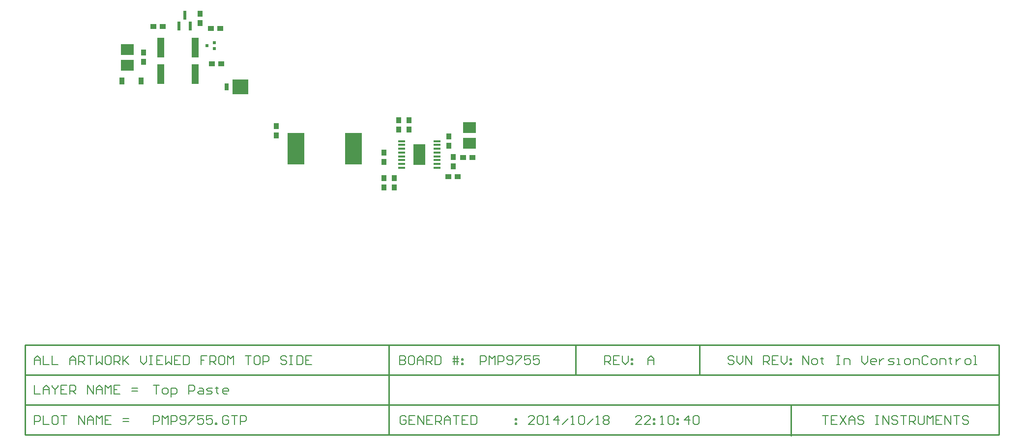
<source format=gtp>
%FSAX25Y25*%
%MOIN*%
G70*
G01*
G75*
G04 Layer_Color=9021481*
%ADD10C,0.03000*%
%ADD11C,0.01500*%
%ADD12C,0.01400*%
%ADD13R,0.02362X0.01969*%
%ADD14R,0.03740X0.03937*%
%ADD15R,0.08858X0.07677*%
%ADD16R,0.11417X0.21260*%
%ADD17R,0.03602X0.04803*%
%ADD18R,0.03937X0.03740*%
%ADD19R,0.10512X0.10000*%
%ADD20R,0.03000X0.05000*%
%ADD21R,0.08000X0.14000*%
%ADD22R,0.05000X0.01500*%
%ADD23R,0.05118X0.13386*%
%ADD24R,0.02362X0.05906*%
%ADD25C,0.01000*%
%ADD26C,0.02000*%
%ADD27C,0.10000*%
%ADD28C,0.00800*%
%ADD29R,0.07000X0.06500*%
%ADD30R,0.08500X0.03500*%
%ADD31R,0.15500X0.02676*%
%ADD32R,0.07500X0.03500*%
%ADD33R,0.14500X0.18000*%
%ADD34R,0.11500X0.04500*%
%ADD35R,0.02500X0.06500*%
%ADD36R,0.08500X0.12500*%
%ADD37R,0.10000X0.12000*%
%ADD38R,0.10000X0.10000*%
%ADD39R,0.05498X0.06227*%
%ADD40R,0.14500X0.07000*%
%ADD41R,0.16000X0.12000*%
%ADD42R,0.08000X0.07000*%
%ADD43R,0.11000X0.02500*%
%ADD44R,0.11012X0.05619*%
%ADD45R,0.09000X0.09000*%
%ADD46R,0.23000X0.16000*%
%ADD47R,0.20000X0.15000*%
%ADD48R,0.14720X0.04998*%
%ADD49R,0.04720X0.04845*%
%ADD50R,0.22000X0.06000*%
%ADD51R,0.12000X0.05000*%
%ADD52R,0.09000X0.06000*%
%ADD53R,0.05000X0.04000*%
%ADD54R,0.04000X0.05000*%
%ADD55R,0.08000X0.06000*%
%ADD56R,0.05000X0.05850*%
%ADD57R,0.06000X0.06000*%
%ADD58R,0.11500X0.05000*%
%ADD59R,0.06000X0.04998*%
%ADD60R,0.04998X0.05000*%
%ADD61R,1.25500X0.05000*%
%ADD62R,0.57000X0.12000*%
%ADD63R,0.24500X0.17500*%
%ADD64R,0.21227X0.14000*%
%ADD65R,1.34000X0.16000*%
%ADD66R,0.24500X0.04000*%
%ADD67R,0.18000X0.04500*%
%ADD68R,0.72000X0.39000*%
%ADD69R,0.06500X0.08500*%
%ADD70R,0.11024X0.11024*%
%ADD71C,0.11024*%
%ADD72R,0.06496X0.06496*%
%ADD73C,0.06496*%
%ADD74C,0.06299*%
%ADD75R,0.06299X0.06299*%
%ADD76C,0.06693*%
%ADD77R,0.06496X0.06496*%
%ADD78C,0.04000*%
%ADD79C,0.03200*%
%ADD80C,0.05000*%
%ADD81R,0.07000X0.08000*%
%ADD82R,0.10404X0.02104*%
%ADD83C,0.00787*%
%ADD84C,0.00984*%
%ADD85C,0.00700*%
%ADD86C,0.00600*%
%ADD87R,0.02000X0.09200*%
G54D13*
X0163141Y0304400D02*
D03*
X0168259Y0306368D02*
D03*
Y0302432D02*
D03*
G54D14*
X0120200Y0293250D02*
D03*
Y0299550D02*
D03*
X0283200Y0225250D02*
D03*
Y0231550D02*
D03*
X0158700Y0319750D02*
D03*
Y0326050D02*
D03*
X0210200Y0243250D02*
D03*
Y0249550D02*
D03*
X0300200Y0253550D02*
D03*
Y0247250D02*
D03*
X0293200Y0253550D02*
D03*
Y0247250D02*
D03*
X0290200Y0208101D02*
D03*
Y0214400D02*
D03*
X0283200Y0208101D02*
D03*
Y0214400D02*
D03*
X0327200Y0236250D02*
D03*
Y0242550D02*
D03*
X0330200Y0222250D02*
D03*
Y0228550D02*
D03*
G54D15*
X0109200Y0301813D02*
D03*
Y0290987D02*
D03*
X0341200Y0248813D02*
D03*
Y0237987D02*
D03*
G54D16*
X0223712Y0234400D02*
D03*
X0262688D02*
D03*
G54D17*
X0105753Y0280400D02*
D03*
X0118647D02*
D03*
G54D18*
X0127050Y0317400D02*
D03*
X0133350D02*
D03*
X0166050Y0315900D02*
D03*
X0172350D02*
D03*
X0172850Y0291900D02*
D03*
X0166550D02*
D03*
X0333350Y0215400D02*
D03*
X0327050D02*
D03*
X0337050Y0228400D02*
D03*
X0343350D02*
D03*
G54D19*
X0185828Y0276400D02*
D03*
G54D20*
X0176572D02*
D03*
G54D21*
X0307200Y0230400D02*
D03*
G54D22*
X0319220Y0239400D02*
D03*
Y0236840D02*
D03*
Y0234280D02*
D03*
Y0231720D02*
D03*
Y0229160D02*
D03*
Y0226600D02*
D03*
Y0224040D02*
D03*
Y0221480D02*
D03*
X0295220D02*
D03*
Y0224040D02*
D03*
Y0226600D02*
D03*
Y0229160D02*
D03*
Y0231720D02*
D03*
Y0234280D02*
D03*
Y0236840D02*
D03*
Y0239400D02*
D03*
G54D23*
X0155314Y0284900D02*
D03*
X0132086D02*
D03*
X0155314Y0302900D02*
D03*
X0132086D02*
D03*
G54D24*
X0148200Y0325140D02*
D03*
X0151940Y0317660D02*
D03*
X0144460D02*
D03*
G54D25*
X0559400Y0039400D02*
Y0059683D01*
X0440500Y0040050D02*
X0700200D01*
Y0101050D01*
X0286500Y0040050D02*
Y0101050D01*
X0040000Y0040050D02*
Y0101050D01*
X0040050Y0040050D02*
X0197600D01*
X0040050D02*
Y0101050D01*
Y0101050D02*
X0700200D01*
X0040000Y0040050D02*
X0440500D01*
X0040000Y0060383D02*
X0700000D01*
X0040000Y0080717D02*
X0700200D01*
X0413200D02*
Y0101050D01*
X0497200Y0080717D02*
Y0101050D01*
G54D28*
X0126900Y0073549D02*
X0130899D01*
X0128899D01*
Y0067551D01*
X0133898D02*
X0135897D01*
X0136897Y0068550D01*
Y0070550D01*
X0135897Y0071549D01*
X0133898D01*
X0132898Y0070550D01*
Y0068550D01*
X0133898Y0067551D01*
X0138896Y0065551D02*
Y0071549D01*
X0141895D01*
X0142895Y0070550D01*
Y0068550D01*
X0141895Y0067551D01*
X0138896D01*
X0150892D02*
Y0073549D01*
X0153891D01*
X0154891Y0072549D01*
Y0070550D01*
X0153891Y0069550D01*
X0150892D01*
X0157890Y0071549D02*
X0159889D01*
X0160889Y0070550D01*
Y0067551D01*
X0157890D01*
X0156890Y0068550D01*
X0157890Y0069550D01*
X0160889D01*
X0162888Y0067551D02*
X0165887D01*
X0166887Y0068550D01*
X0165887Y0069550D01*
X0163888D01*
X0162888Y0070550D01*
X0163888Y0071549D01*
X0166887D01*
X0169886Y0072549D02*
Y0071549D01*
X0168886D01*
X0170886D01*
X0169886D01*
Y0068550D01*
X0170886Y0067551D01*
X0176884D02*
X0174884D01*
X0173885Y0068550D01*
Y0070550D01*
X0174884Y0071549D01*
X0176884D01*
X0177884Y0070550D01*
Y0069550D01*
X0173885D01*
X0580500Y0052965D02*
X0584499D01*
X0582499D01*
Y0046966D01*
X0590497Y0052965D02*
X0586498D01*
Y0046966D01*
X0590497D01*
X0586498Y0049966D02*
X0588497D01*
X0592496Y0052965D02*
X0596495Y0046966D01*
Y0052965D02*
X0592496Y0046966D01*
X0598494D02*
Y0050965D01*
X0600493Y0052965D01*
X0602493Y0050965D01*
Y0046966D01*
Y0049966D01*
X0598494D01*
X0608491Y0051965D02*
X0607491Y0052965D01*
X0605492D01*
X0604492Y0051965D01*
Y0050965D01*
X0605492Y0049966D01*
X0607491D01*
X0608491Y0048966D01*
Y0047966D01*
X0607491Y0046966D01*
X0605492D01*
X0604492Y0047966D01*
X0616488Y0052965D02*
X0618488D01*
X0617488D01*
Y0046966D01*
X0616488D01*
X0618488D01*
X0621487D02*
Y0052965D01*
X0625486Y0046966D01*
Y0052965D01*
X0631484Y0051965D02*
X0630484Y0052965D01*
X0628484D01*
X0627485Y0051965D01*
Y0050965D01*
X0628484Y0049966D01*
X0630484D01*
X0631484Y0048966D01*
Y0047966D01*
X0630484Y0046966D01*
X0628484D01*
X0627485Y0047966D01*
X0633483Y0052965D02*
X0637482D01*
X0635482D01*
Y0046966D01*
X0639481D02*
Y0052965D01*
X0642480D01*
X0643480Y0051965D01*
Y0049966D01*
X0642480Y0048966D01*
X0639481D01*
X0641480D02*
X0643480Y0046966D01*
X0645479Y0052965D02*
Y0047966D01*
X0646479Y0046966D01*
X0648478D01*
X0649478Y0047966D01*
Y0052965D01*
X0651477Y0046966D02*
Y0052965D01*
X0653476Y0050965D01*
X0655476Y0052965D01*
Y0046966D01*
X0661474Y0052965D02*
X0657475D01*
Y0046966D01*
X0661474D01*
X0657475Y0049966D02*
X0659474D01*
X0663473Y0046966D02*
Y0052965D01*
X0667472Y0046966D01*
Y0052965D01*
X0669471D02*
X0673470D01*
X0671471D01*
Y0046966D01*
X0679468Y0051965D02*
X0678468Y0052965D01*
X0676469D01*
X0675469Y0051965D01*
Y0050965D01*
X0676469Y0049966D01*
X0678468D01*
X0679468Y0048966D01*
Y0047966D01*
X0678468Y0046966D01*
X0676469D01*
X0675469Y0047966D01*
X0458049Y0046966D02*
X0454050D01*
X0458049Y0050965D01*
Y0051965D01*
X0457049Y0052965D01*
X0455050D01*
X0454050Y0051965D01*
X0464047Y0046966D02*
X0460048D01*
X0464047Y0050965D01*
Y0051965D01*
X0463047Y0052965D01*
X0461048D01*
X0460048Y0051965D01*
X0466046Y0050965D02*
X0467046D01*
Y0049966D01*
X0466046D01*
Y0050965D01*
Y0047966D02*
X0467046D01*
Y0046966D01*
X0466046D01*
Y0047966D01*
X0471044Y0046966D02*
X0473044D01*
X0472044D01*
Y0052965D01*
X0471044Y0051965D01*
X0476043D02*
X0477043Y0052965D01*
X0479042D01*
X0480042Y0051965D01*
Y0047966D01*
X0479042Y0046966D01*
X0477043D01*
X0476043Y0047966D01*
Y0051965D01*
X0482041Y0050965D02*
X0483041D01*
Y0049966D01*
X0482041D01*
Y0050965D01*
Y0047966D02*
X0483041D01*
Y0046966D01*
X0482041D01*
Y0047966D01*
X0490038Y0046966D02*
Y0052965D01*
X0487039Y0049966D01*
X0491038D01*
X0493037Y0051965D02*
X0494037Y0052965D01*
X0496036D01*
X0497036Y0051965D01*
Y0047966D01*
X0496036Y0046966D01*
X0494037D01*
X0493037Y0047966D01*
Y0051965D01*
X0046350Y0046966D02*
Y0052965D01*
X0049349D01*
X0050349Y0051965D01*
Y0049966D01*
X0049349Y0048966D01*
X0046350D01*
X0052348Y0052965D02*
Y0046966D01*
X0056347D01*
X0061345Y0052965D02*
X0059346D01*
X0058346Y0051965D01*
Y0047966D01*
X0059346Y0046966D01*
X0061345D01*
X0062345Y0047966D01*
Y0051965D01*
X0061345Y0052965D01*
X0064344D02*
X0068343D01*
X0066343D01*
Y0046966D01*
X0076340D02*
Y0052965D01*
X0080339Y0046966D01*
Y0052965D01*
X0082338Y0046966D02*
Y0050965D01*
X0084338Y0052965D01*
X0086337Y0050965D01*
Y0046966D01*
Y0049966D01*
X0082338D01*
X0088336Y0046966D02*
Y0052965D01*
X0090336Y0050965D01*
X0092335Y0052965D01*
Y0046966D01*
X0098333Y0052965D02*
X0094335D01*
Y0046966D01*
X0098333D01*
X0094335Y0049966D02*
X0096334D01*
X0106331Y0048966D02*
X0110329D01*
X0106331Y0050965D02*
X0110329D01*
X0046350Y0073549D02*
Y0067551D01*
X0050349D01*
X0052348D02*
Y0071549D01*
X0054347Y0073549D01*
X0056347Y0071549D01*
Y0067551D01*
Y0070550D01*
X0052348D01*
X0058346Y0073549D02*
Y0072549D01*
X0060346Y0070550D01*
X0062345Y0072549D01*
Y0073549D01*
X0060346Y0070550D02*
Y0067551D01*
X0068343Y0073549D02*
X0064344D01*
Y0067551D01*
X0068343D01*
X0064344Y0070550D02*
X0066343D01*
X0070342Y0067551D02*
Y0073549D01*
X0073341D01*
X0074341Y0072549D01*
Y0070550D01*
X0073341Y0069550D01*
X0070342D01*
X0072342D02*
X0074341Y0067551D01*
X0082338D02*
Y0073549D01*
X0086337Y0067551D01*
Y0073549D01*
X0088336Y0067551D02*
Y0071549D01*
X0090336Y0073549D01*
X0092335Y0071549D01*
Y0067551D01*
Y0070550D01*
X0088336D01*
X0094335Y0067551D02*
Y0073549D01*
X0096334Y0071549D01*
X0098333Y0073549D01*
Y0067551D01*
X0104331Y0073549D02*
X0100332D01*
Y0067551D01*
X0104331D01*
X0100332Y0070550D02*
X0102332D01*
X0112329Y0069550D02*
X0116327D01*
X0112329Y0071549D02*
X0116327D01*
X0294000Y0093831D02*
Y0087833D01*
X0296999D01*
X0297999Y0088833D01*
Y0089833D01*
X0296999Y0090832D01*
X0294000D01*
X0296999D01*
X0297999Y0091832D01*
Y0092832D01*
X0296999Y0093831D01*
X0294000D01*
X0302997D02*
X0300998D01*
X0299998Y0092832D01*
Y0088833D01*
X0300998Y0087833D01*
X0302997D01*
X0303997Y0088833D01*
Y0092832D01*
X0302997Y0093831D01*
X0305996Y0087833D02*
Y0091832D01*
X0307996Y0093831D01*
X0309995Y0091832D01*
Y0087833D01*
Y0090832D01*
X0305996D01*
X0311994Y0087833D02*
Y0093831D01*
X0314993D01*
X0315993Y0092832D01*
Y0090832D01*
X0314993Y0089833D01*
X0311994D01*
X0313994D02*
X0315993Y0087833D01*
X0317992Y0093831D02*
Y0087833D01*
X0320991D01*
X0321991Y0088833D01*
Y0092832D01*
X0320991Y0093831D01*
X0317992D01*
X0330988Y0087833D02*
Y0093831D01*
X0332987D02*
Y0087833D01*
X0329988Y0091832D02*
X0332987D01*
X0333987D01*
X0329988Y0089833D02*
X0333987D01*
X0335986Y0091832D02*
X0336986D01*
Y0090832D01*
X0335986D01*
Y0091832D01*
Y0088833D02*
X0336986D01*
Y0087833D01*
X0335986D01*
Y0088833D01*
X0348550Y0087833D02*
Y0093831D01*
X0351549D01*
X0352549Y0092832D01*
Y0090832D01*
X0351549Y0089833D01*
X0348550D01*
X0354548Y0087833D02*
Y0093831D01*
X0356547Y0091832D01*
X0358547Y0093831D01*
Y0087833D01*
X0360546D02*
Y0093831D01*
X0363545D01*
X0364545Y0092832D01*
Y0090832D01*
X0363545Y0089833D01*
X0360546D01*
X0366544Y0088833D02*
X0367544Y0087833D01*
X0369543D01*
X0370543Y0088833D01*
Y0092832D01*
X0369543Y0093831D01*
X0367544D01*
X0366544Y0092832D01*
Y0091832D01*
X0367544Y0090832D01*
X0370543D01*
X0372542Y0093831D02*
X0376541D01*
Y0092832D01*
X0372542Y0088833D01*
Y0087833D01*
X0382539Y0093831D02*
X0378540D01*
Y0090832D01*
X0380540Y0091832D01*
X0381539D01*
X0382539Y0090832D01*
Y0088833D01*
X0381539Y0087833D01*
X0379540D01*
X0378540Y0088833D01*
X0388537Y0093831D02*
X0384538D01*
Y0090832D01*
X0386538Y0091832D01*
X0387537D01*
X0388537Y0090832D01*
Y0088833D01*
X0387537Y0087833D01*
X0385538D01*
X0384538Y0088833D01*
X0462150Y0087833D02*
Y0091832D01*
X0464149Y0093831D01*
X0466149Y0091832D01*
Y0087833D01*
Y0090832D01*
X0462150D01*
X0046350Y0087833D02*
Y0091832D01*
X0048349Y0093831D01*
X0050349Y0091832D01*
Y0087833D01*
Y0090832D01*
X0046350D01*
X0052348Y0093831D02*
Y0087833D01*
X0056347D01*
X0058346Y0093831D02*
Y0087833D01*
X0062345D01*
X0070342D02*
Y0091832D01*
X0072342Y0093831D01*
X0074341Y0091832D01*
Y0087833D01*
Y0090832D01*
X0070342D01*
X0076340Y0087833D02*
Y0093831D01*
X0079339D01*
X0080339Y0092832D01*
Y0090832D01*
X0079339Y0089833D01*
X0076340D01*
X0078340D02*
X0080339Y0087833D01*
X0082338Y0093831D02*
X0086337D01*
X0084338D01*
Y0087833D01*
X0088336Y0093831D02*
Y0087833D01*
X0090336Y0089833D01*
X0092335Y0087833D01*
Y0093831D01*
X0097334D02*
X0095334D01*
X0094335Y0092832D01*
Y0088833D01*
X0095334Y0087833D01*
X0097334D01*
X0098333Y0088833D01*
Y0092832D01*
X0097334Y0093831D01*
X0100332Y0087833D02*
Y0093831D01*
X0103332D01*
X0104331Y0092832D01*
Y0090832D01*
X0103332Y0089833D01*
X0100332D01*
X0102332D02*
X0104331Y0087833D01*
X0106331Y0093831D02*
Y0087833D01*
Y0089833D01*
X0110329Y0093831D01*
X0107330Y0090832D01*
X0110329Y0087833D01*
X0118327Y0093831D02*
Y0089833D01*
X0120326Y0087833D01*
X0122325Y0089833D01*
Y0093831D01*
X0124325D02*
X0126324D01*
X0125324D01*
Y0087833D01*
X0124325D01*
X0126324D01*
X0133322Y0093831D02*
X0129323D01*
Y0087833D01*
X0133322D01*
X0129323Y0090832D02*
X0131323D01*
X0135321Y0093831D02*
Y0087833D01*
X0137321Y0089833D01*
X0139320Y0087833D01*
Y0093831D01*
X0145318D02*
X0141319D01*
Y0087833D01*
X0145318D01*
X0141319Y0090832D02*
X0143319D01*
X0147317Y0093831D02*
Y0087833D01*
X0150316D01*
X0151316Y0088833D01*
Y0092832D01*
X0150316Y0093831D01*
X0147317D01*
X0163312D02*
X0159313D01*
Y0090832D01*
X0161313D01*
X0159313D01*
Y0087833D01*
X0165312D02*
Y0093831D01*
X0168310D01*
X0169310Y0092832D01*
Y0090832D01*
X0168310Y0089833D01*
X0165312D01*
X0167311D02*
X0169310Y0087833D01*
X0174309Y0093831D02*
X0172309D01*
X0171310Y0092832D01*
Y0088833D01*
X0172309Y0087833D01*
X0174309D01*
X0175308Y0088833D01*
Y0092832D01*
X0174309Y0093831D01*
X0177308Y0087833D02*
Y0093831D01*
X0179307Y0091832D01*
X0181306Y0093831D01*
Y0087833D01*
X0189304Y0093831D02*
X0193303D01*
X0191303D01*
Y0087833D01*
X0198301Y0093831D02*
X0196301D01*
X0195302Y0092832D01*
Y0088833D01*
X0196301Y0087833D01*
X0198301D01*
X0199301Y0088833D01*
Y0092832D01*
X0198301Y0093831D01*
X0201300Y0087833D02*
Y0093831D01*
X0204299D01*
X0205299Y0092832D01*
Y0090832D01*
X0204299Y0089833D01*
X0201300D01*
X0217295Y0092832D02*
X0216295Y0093831D01*
X0214296D01*
X0213296Y0092832D01*
Y0091832D01*
X0214296Y0090832D01*
X0216295D01*
X0217295Y0089833D01*
Y0088833D01*
X0216295Y0087833D01*
X0214296D01*
X0213296Y0088833D01*
X0219294Y0093831D02*
X0221293D01*
X0220294D01*
Y0087833D01*
X0219294D01*
X0221293D01*
X0224292Y0093831D02*
Y0087833D01*
X0227291D01*
X0228291Y0088833D01*
Y0092832D01*
X0227291Y0093831D01*
X0224292D01*
X0234289D02*
X0230291D01*
Y0087833D01*
X0234289D01*
X0230291Y0090832D02*
X0232290D01*
X0298199Y0051965D02*
X0297199Y0052965D01*
X0295200D01*
X0294200Y0051965D01*
Y0047966D01*
X0295200Y0046966D01*
X0297199D01*
X0298199Y0047966D01*
Y0049966D01*
X0296199D01*
X0304197Y0052965D02*
X0300198D01*
Y0046966D01*
X0304197D01*
X0300198Y0049966D02*
X0302197D01*
X0306196Y0046966D02*
Y0052965D01*
X0310195Y0046966D01*
Y0052965D01*
X0316193D02*
X0312194D01*
Y0046966D01*
X0316193D01*
X0312194Y0049966D02*
X0314194D01*
X0318192Y0046966D02*
Y0052965D01*
X0321191D01*
X0322191Y0051965D01*
Y0049966D01*
X0321191Y0048966D01*
X0318192D01*
X0320192D02*
X0322191Y0046966D01*
X0324190D02*
Y0050965D01*
X0326190Y0052965D01*
X0328189Y0050965D01*
Y0046966D01*
Y0049966D01*
X0324190D01*
X0330188Y0052965D02*
X0334187D01*
X0332188D01*
Y0046966D01*
X0340185Y0052965D02*
X0336186D01*
Y0046966D01*
X0340185D01*
X0336186Y0049966D02*
X0338186D01*
X0342184Y0052965D02*
Y0046966D01*
X0345183D01*
X0346183Y0047966D01*
Y0051965D01*
X0345183Y0052965D01*
X0342184D01*
X0372175Y0050965D02*
X0373175D01*
Y0049966D01*
X0372175D01*
Y0050965D01*
Y0047966D02*
X0373175D01*
Y0046966D01*
X0372175D01*
Y0047966D01*
X0385149Y0046966D02*
X0381150D01*
X0385149Y0050965D01*
Y0051965D01*
X0384149Y0052965D01*
X0382150D01*
X0381150Y0051965D01*
X0387148D02*
X0388148Y0052965D01*
X0390147D01*
X0391147Y0051965D01*
Y0047966D01*
X0390147Y0046966D01*
X0388148D01*
X0387148Y0047966D01*
Y0051965D01*
X0393146Y0046966D02*
X0395146D01*
X0394146D01*
Y0052965D01*
X0393146Y0051965D01*
X0401144Y0046966D02*
Y0052965D01*
X0398145Y0049966D01*
X0402143D01*
X0404143Y0046966D02*
X0408141Y0050965D01*
X0410141Y0046966D02*
X0412140D01*
X0411140D01*
Y0052965D01*
X0410141Y0051965D01*
X0415139D02*
X0416139Y0052965D01*
X0418138D01*
X0419138Y0051965D01*
Y0047966D01*
X0418138Y0046966D01*
X0416139D01*
X0415139Y0047966D01*
Y0051965D01*
X0421137Y0046966D02*
X0425136Y0050965D01*
X0427135Y0046966D02*
X0429135D01*
X0428135D01*
Y0052965D01*
X0427135Y0051965D01*
X0432133D02*
X0433133Y0052965D01*
X0435133D01*
X0436132Y0051965D01*
Y0050965D01*
X0435133Y0049966D01*
X0436132Y0048966D01*
Y0047966D01*
X0435133Y0046966D01*
X0433133D01*
X0432133Y0047966D01*
Y0048966D01*
X0433133Y0049966D01*
X0432133Y0050965D01*
Y0051965D01*
X0433133Y0049966D02*
X0435133D01*
X0126900Y0046966D02*
Y0052965D01*
X0129899D01*
X0130899Y0051965D01*
Y0049966D01*
X0129899Y0048966D01*
X0126900D01*
X0132898Y0046966D02*
Y0052965D01*
X0134897Y0050965D01*
X0136897Y0052965D01*
Y0046966D01*
X0138896D02*
Y0052965D01*
X0141895D01*
X0142895Y0051965D01*
Y0049966D01*
X0141895Y0048966D01*
X0138896D01*
X0144894Y0047966D02*
X0145894Y0046966D01*
X0147893D01*
X0148893Y0047966D01*
Y0051965D01*
X0147893Y0052965D01*
X0145894D01*
X0144894Y0051965D01*
Y0050965D01*
X0145894Y0049966D01*
X0148893D01*
X0150892Y0052965D02*
X0154891D01*
Y0051965D01*
X0150892Y0047966D01*
Y0046966D01*
X0160889Y0052965D02*
X0156890D01*
Y0049966D01*
X0158890Y0050965D01*
X0159889D01*
X0160889Y0049966D01*
Y0047966D01*
X0159889Y0046966D01*
X0157890D01*
X0156890Y0047966D01*
X0166887Y0052965D02*
X0162888D01*
Y0049966D01*
X0164888Y0050965D01*
X0165887D01*
X0166887Y0049966D01*
Y0047966D01*
X0165887Y0046966D01*
X0163888D01*
X0162888Y0047966D01*
X0168886Y0046966D02*
Y0047966D01*
X0169886D01*
Y0046966D01*
X0168886D01*
X0177884Y0051965D02*
X0176884Y0052965D01*
X0174884D01*
X0173885Y0051965D01*
Y0047966D01*
X0174884Y0046966D01*
X0176884D01*
X0177884Y0047966D01*
Y0049966D01*
X0175884D01*
X0179883Y0052965D02*
X0183882D01*
X0181882D01*
Y0046966D01*
X0185881D02*
Y0052965D01*
X0188880D01*
X0189880Y0051965D01*
Y0049966D01*
X0188880Y0048966D01*
X0185881D01*
X0433000Y0087833D02*
Y0093831D01*
X0435999D01*
X0436999Y0092832D01*
Y0090832D01*
X0435999Y0089833D01*
X0433000D01*
X0434999D02*
X0436999Y0087833D01*
X0442997Y0093831D02*
X0438998D01*
Y0087833D01*
X0442997D01*
X0438998Y0090832D02*
X0440997D01*
X0444996Y0093831D02*
Y0089833D01*
X0446995Y0087833D01*
X0448995Y0089833D01*
Y0093831D01*
X0450994Y0091832D02*
X0451994D01*
Y0090832D01*
X0450994D01*
Y0091832D01*
Y0088833D02*
X0451994D01*
Y0087833D01*
X0450994D01*
Y0088833D01*
X0520799Y0092832D02*
X0519799Y0093831D01*
X0517800D01*
X0516800Y0092832D01*
Y0091832D01*
X0517800Y0090832D01*
X0519799D01*
X0520799Y0089833D01*
Y0088833D01*
X0519799Y0087833D01*
X0517800D01*
X0516800Y0088833D01*
X0522798Y0093831D02*
Y0089833D01*
X0524797Y0087833D01*
X0526797Y0089833D01*
Y0093831D01*
X0528796Y0087833D02*
Y0093831D01*
X0532795Y0087833D01*
Y0093831D01*
X0540792Y0087833D02*
Y0093831D01*
X0543791D01*
X0544791Y0092832D01*
Y0090832D01*
X0543791Y0089833D01*
X0540792D01*
X0542792D02*
X0544791Y0087833D01*
X0550789Y0093831D02*
X0546790D01*
Y0087833D01*
X0550789D01*
X0546790Y0090832D02*
X0548790D01*
X0552788Y0093831D02*
Y0089833D01*
X0554788Y0087833D01*
X0556787Y0089833D01*
Y0093831D01*
X0558786Y0091832D02*
X0559786D01*
Y0090832D01*
X0558786D01*
Y0091832D01*
Y0088833D02*
X0559786D01*
Y0087833D01*
X0558786D01*
Y0088833D01*
X0567400Y0087833D02*
Y0093831D01*
X0571399Y0087833D01*
Y0093831D01*
X0574398Y0087833D02*
X0576397D01*
X0577397Y0088833D01*
Y0090832D01*
X0576397Y0091832D01*
X0574398D01*
X0573398Y0090832D01*
Y0088833D01*
X0574398Y0087833D01*
X0580396Y0092832D02*
Y0091832D01*
X0579396D01*
X0581395D01*
X0580396D01*
Y0088833D01*
X0581395Y0087833D01*
X0590393Y0093831D02*
X0592392D01*
X0591392D01*
Y0087833D01*
X0590393D01*
X0592392D01*
X0595391D02*
Y0091832D01*
X0598390D01*
X0599390Y0090832D01*
Y0087833D01*
X0607387Y0093831D02*
Y0089833D01*
X0609386Y0087833D01*
X0611386Y0089833D01*
Y0093831D01*
X0616384Y0087833D02*
X0614385D01*
X0613385Y0088833D01*
Y0090832D01*
X0614385Y0091832D01*
X0616384D01*
X0617384Y0090832D01*
Y0089833D01*
X0613385D01*
X0619383Y0091832D02*
Y0087833D01*
Y0089833D01*
X0620383Y0090832D01*
X0621383Y0091832D01*
X0622382D01*
X0625381Y0087833D02*
X0628380D01*
X0629380Y0088833D01*
X0628380Y0089833D01*
X0626381D01*
X0625381Y0090832D01*
X0626381Y0091832D01*
X0629380D01*
X0631379Y0087833D02*
X0633379D01*
X0632379D01*
Y0091832D01*
X0631379D01*
X0637377Y0087833D02*
X0639377D01*
X0640376Y0088833D01*
Y0090832D01*
X0639377Y0091832D01*
X0637377D01*
X0636378Y0090832D01*
Y0088833D01*
X0637377Y0087833D01*
X0642376D02*
Y0091832D01*
X0645375D01*
X0646374Y0090832D01*
Y0087833D01*
X0652373Y0092832D02*
X0651373Y0093831D01*
X0649373D01*
X0648374Y0092832D01*
Y0088833D01*
X0649373Y0087833D01*
X0651373D01*
X0652373Y0088833D01*
X0655372Y0087833D02*
X0657371D01*
X0658371Y0088833D01*
Y0090832D01*
X0657371Y0091832D01*
X0655372D01*
X0654372Y0090832D01*
Y0088833D01*
X0655372Y0087833D01*
X0660370D02*
Y0091832D01*
X0663369D01*
X0664369Y0090832D01*
Y0087833D01*
X0667368Y0092832D02*
Y0091832D01*
X0666368D01*
X0668367D01*
X0667368D01*
Y0088833D01*
X0668367Y0087833D01*
X0671366Y0091832D02*
Y0087833D01*
Y0089833D01*
X0672366Y0090832D01*
X0673366Y0091832D01*
X0674365D01*
X0678364Y0087833D02*
X0680364D01*
X0681363Y0088833D01*
Y0090832D01*
X0680364Y0091832D01*
X0678364D01*
X0677364Y0090832D01*
Y0088833D01*
X0678364Y0087833D01*
X0683362D02*
X0685362D01*
X0684362D01*
Y0093831D01*
X0683362D01*
M02*

</source>
